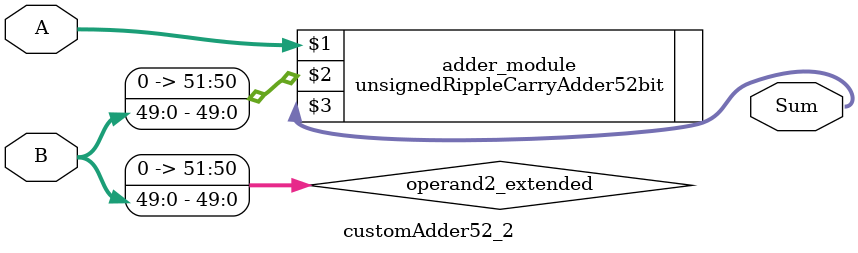
<source format=v>
module customAdder52_2(
                        input [51 : 0] A,
                        input [49 : 0] B,
                        
                        output [52 : 0] Sum
                );

        wire [51 : 0] operand2_extended;
        
        assign operand2_extended =  {2'b0, B};
        
        unsignedRippleCarryAdder52bit adder_module(
            A,
            operand2_extended,
            Sum
        );
        
        endmodule
        
</source>
